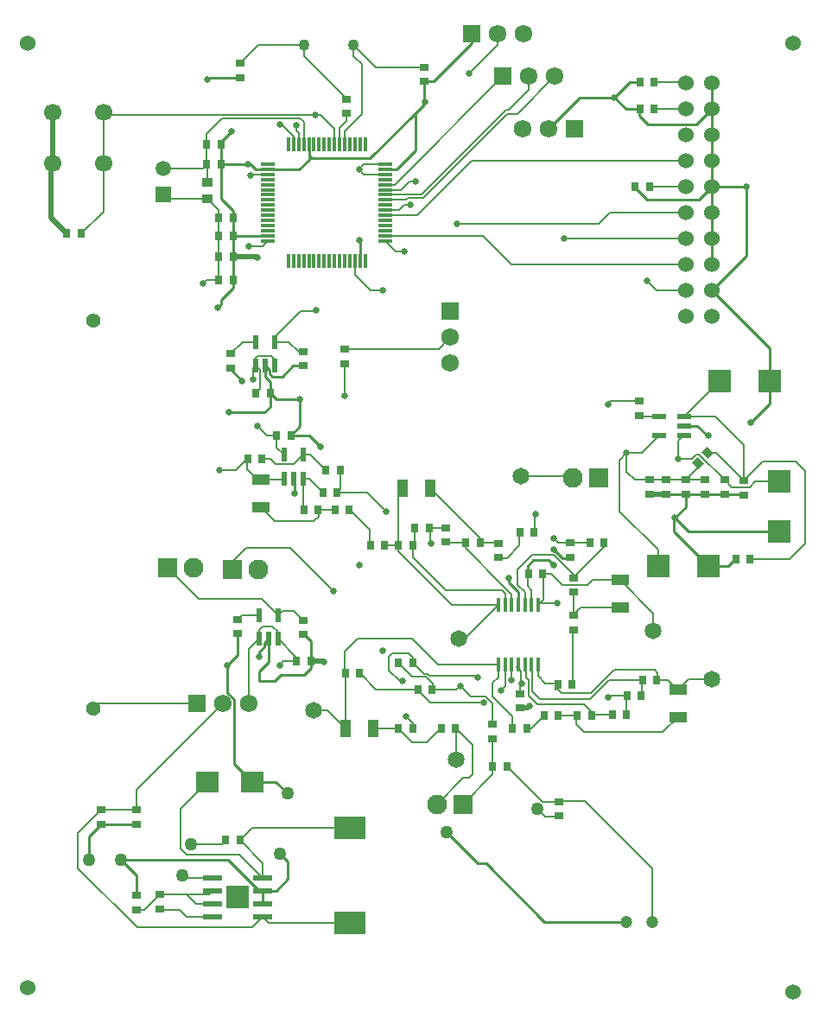
<source format=gtl>
G04*
G04 #@! TF.GenerationSoftware,Altium Limited,Altium Designer,18.1.9 (240)*
G04*
G04 Layer_Physical_Order=1*
G04 Layer_Color=255*
%FSLAX25Y25*%
%MOIN*%
G70*
G01*
G75*
%ADD14C,0.01000*%
%ADD15R,0.03543X0.03150*%
%ADD16R,0.03150X0.03543*%
G04:AMPARAMS|DCode=17|XSize=35.43mil|YSize=31.5mil|CornerRadius=0mil|HoleSize=0mil|Usage=FLASHONLY|Rotation=135.000|XOffset=0mil|YOffset=0mil|HoleType=Round|Shape=Rectangle|*
%AMROTATEDRECTD17*
4,1,4,0.02366,-0.00139,0.00139,-0.02366,-0.02366,0.00139,-0.00139,0.02366,0.02366,-0.00139,0.0*
%
%ADD17ROTATEDRECTD17*%

%ADD18R,0.05807X0.01181*%
%ADD19R,0.01181X0.05807*%
%ADD20R,0.09055X0.09055*%
%ADD21R,0.09055X0.09055*%
%ADD22R,0.04331X0.06693*%
%ADD23R,0.06693X0.04331*%
%ADD24R,0.02200X0.05200*%
%ADD25R,0.03937X0.03543*%
%ADD26R,0.01772X0.05807*%
%ADD27R,0.05800X0.02200*%
%ADD28R,0.08858X0.08465*%
%ADD29R,0.12205X0.08661*%
%ADD30R,0.07800X0.02200*%
%ADD31R,0.09000X0.09000*%
%ADD64C,0.02000*%
%ADD65C,0.00800*%
%ADD66C,0.00600*%
%ADD67C,0.05906*%
%ADD68R,0.05906X0.05906*%
%ADD69C,0.06000*%
%ADD70C,0.06693*%
%ADD71C,0.06496*%
%ADD72C,0.06791*%
%ADD73R,0.06575X0.06575*%
%ADD74C,0.07677*%
%ADD75R,0.07433X0.07433*%
%ADD76R,0.06575X0.06575*%
%ADD77C,0.04724*%
%ADD78C,0.04331*%
%ADD79C,0.05610*%
%ADD80C,0.02500*%
%ADD81C,0.05000*%
D14*
X242295Y394409D02*
Y402348D01*
X350091Y450370D02*
Y453000D01*
X348221Y423000D02*
X353237Y417984D01*
X320279Y279903D02*
X323418D01*
X206909Y429795D02*
X218905D01*
X372449Y330829D02*
X376315Y326963D01*
X367315Y330829D02*
X372449D01*
X376315Y326963D02*
X376725D01*
X287827Y162047D02*
X291000D01*
X307067Y273903D02*
Y276835D01*
X309233Y279000D01*
X315176D01*
X317178Y276999D01*
X316949Y283233D02*
X320279Y279903D01*
X372143Y447194D02*
X377949Y453000D01*
X353268Y447194D02*
X372143D01*
X350091Y450370D02*
X353268Y447194D01*
X205400Y247056D02*
X207000Y248656D01*
X205400Y245642D02*
Y247056D01*
X203278Y243520D02*
X205400Y245642D01*
X203278Y241727D02*
Y243520D01*
X216705Y310400D02*
X217078Y310027D01*
Y304595D02*
Y310027D01*
X222649Y327129D02*
X227083Y322695D01*
X215616Y327129D02*
X222649D01*
X291000Y162047D02*
X313547Y139500D01*
X345225D01*
X377949Y383000D02*
X391500Y396551D01*
Y423000D01*
X400292Y348000D02*
Y360657D01*
X377949Y383000D02*
X400292Y360657D01*
X193648Y200513D02*
X200661Y193500D01*
X193648Y200513D02*
Y225431D01*
X191156Y227923D02*
X193648Y225431D01*
X191156Y227923D02*
Y238500D01*
X195000Y242344D02*
Y250744D01*
X191156Y238500D02*
X195000Y242344D01*
X205700Y354000D02*
X207300Y352400D01*
Y350986D02*
Y352400D01*
Y350986D02*
X208517Y349769D01*
X212273D01*
X216505Y354000D01*
X220500D01*
X207617Y338212D02*
Y343500D01*
X205500Y336095D02*
X207617Y338212D01*
X191793Y336095D02*
X205500D01*
X192370Y352608D02*
Y353114D01*
Y352608D02*
X196882Y348095D01*
X188756Y439500D02*
Y440544D01*
X192678Y444465D01*
X220500Y250335D02*
X220665D01*
X299843Y270352D02*
Y272129D01*
Y270352D02*
X303449Y266746D01*
X203280Y151567D02*
X204861D01*
X191299Y163547D02*
X203280Y151567D01*
X179533Y163547D02*
X191299D01*
X315000Y445388D02*
X327112Y457500D01*
X340500D01*
X267000Y463682D02*
X270584D01*
X285368Y478466D01*
Y482205D01*
X377949Y393000D02*
Y403000D01*
Y413000D01*
Y423000D01*
Y453000D02*
Y463000D01*
Y443000D02*
Y453000D01*
Y433000D02*
Y443000D01*
Y423000D02*
Y433000D01*
Y423000D02*
X391500D01*
X372933Y417984D02*
X377949Y423000D01*
X353237Y417984D02*
X372933D01*
X340500Y457500D02*
X345000Y453000D01*
X350091D01*
X340500Y457500D02*
X346500Y463500D01*
X350091D01*
X252091Y429795D02*
X256500D01*
X263788Y437083D01*
Y451500D01*
X222610Y435000D02*
Y439591D01*
Y433500D02*
Y435000D01*
X223681Y433929D01*
X246217D01*
X263788Y451500D01*
X218905Y429795D02*
X222610Y433500D01*
X183871Y465100D02*
X196012D01*
X183339Y464568D02*
X183871Y465100D01*
X263788Y451500D02*
X267000Y454712D01*
Y463682D01*
X187500Y376500D02*
X188630Y377630D01*
Y379500D01*
X193256Y411000D02*
Y413791D01*
X188756Y418291D02*
X193256Y413791D01*
X188756Y418291D02*
Y431764D01*
X202099Y429795D02*
X206909D01*
X200130Y431764D02*
X202099Y429795D01*
X188756Y431764D02*
X200130D01*
X188756D02*
Y439500D01*
X206705Y404000D02*
X206909Y404205D01*
X193256Y404000D02*
X206705D01*
X193256D02*
Y411000D01*
Y396000D02*
Y404000D01*
Y387000D02*
Y396000D01*
Y384000D02*
Y387000D01*
X188756Y379500D02*
X193256Y384000D01*
X188630Y379500D02*
X188756D01*
X205700Y349769D02*
Y354000D01*
Y349769D02*
X207617Y347852D01*
Y343500D02*
Y347852D01*
Y343500D02*
X210026Y341091D01*
X219220D01*
X215616Y327129D02*
X219220Y330732D01*
Y341091D01*
X363274Y294725D02*
X363815Y295266D01*
X363274Y290206D02*
Y294725D01*
Y290206D02*
X376646Y276835D01*
X384510D02*
X387157Y279482D01*
X376646Y276835D02*
X384510D01*
X393000Y332043D02*
X400292Y339335D01*
Y348000D01*
X303449Y261766D02*
Y266746D01*
X363815Y295266D02*
X369027Y290053D01*
X403949D01*
X390198Y304443D02*
X390449Y304191D01*
X382949Y304443D02*
X390198D01*
X382949Y304443D02*
X382949Y304443D01*
X375449Y304443D02*
X382949D01*
X363815Y295266D02*
X367949Y299400D01*
Y304443D01*
X375449D02*
X375449Y304443D01*
X367949Y304443D02*
X375449D01*
X367949Y304443D02*
X367949Y304443D01*
X360449Y304443D02*
X367949D01*
X150047Y163500D02*
X156000Y157547D01*
X211914Y234886D02*
X220795D01*
X209529Y232500D02*
X211914Y234886D01*
X203300Y232500D02*
Y236100D01*
X207000Y239800D01*
X203300Y232500D02*
X209529D01*
X207000Y239800D02*
Y248656D01*
X223398Y237488D02*
Y240000D01*
X220795Y234886D02*
X223398Y237488D01*
Y240000D02*
Y247602D01*
X220665Y250335D02*
X223398Y247602D01*
X209866Y193500D02*
X214366Y189000D01*
X200661Y193500D02*
X209866D01*
X150047Y163500D02*
X179485D01*
X150000Y163547D02*
X150047Y163500D01*
X179485D02*
X179533Y163547D01*
X156000Y149756D02*
Y157547D01*
X204861Y146567D02*
Y151567D01*
X142500Y177094D02*
X156000D01*
X137693Y172287D02*
X142500Y177094D01*
X137693Y163547D02*
Y172287D01*
X211500Y165787D02*
X214366Y162921D01*
Y156000D02*
Y162921D01*
X209933Y151567D02*
X214366Y156000D01*
X204861Y151567D02*
X209933D01*
X275874Y174000D02*
X287827Y162047D01*
D15*
X293508Y210244D02*
D03*
Y215756D02*
D03*
X318937Y180291D02*
D03*
Y185803D02*
D03*
X165000Y144441D02*
D03*
Y149953D02*
D03*
X237000Y456835D02*
D03*
Y451323D02*
D03*
X349949Y334800D02*
D03*
Y340312D02*
D03*
X323418Y280100D02*
D03*
Y285612D02*
D03*
X324796Y266672D02*
D03*
Y272183D02*
D03*
X295820Y280073D02*
D03*
Y285584D02*
D03*
X324796Y252234D02*
D03*
Y257746D02*
D03*
X236390Y360398D02*
D03*
Y354886D02*
D03*
X303918Y222000D02*
D03*
Y227512D02*
D03*
X354000Y304472D02*
D03*
Y309984D02*
D03*
X360449Y309954D02*
D03*
Y304443D02*
D03*
X367949Y309954D02*
D03*
Y304443D02*
D03*
X375449Y304443D02*
D03*
Y309955D02*
D03*
X275316Y291584D02*
D03*
Y286073D02*
D03*
X267000Y469194D02*
D03*
Y463682D02*
D03*
X382949Y304443D02*
D03*
Y309954D02*
D03*
X196012Y465100D02*
D03*
Y470612D02*
D03*
X390449Y304191D02*
D03*
Y309703D02*
D03*
X156000Y149756D02*
D03*
Y144244D02*
D03*
X192370Y353114D02*
D03*
Y358626D02*
D03*
X220500Y354000D02*
D03*
Y359512D02*
D03*
X142500Y177094D02*
D03*
Y182606D02*
D03*
X156000Y177094D02*
D03*
Y182606D02*
D03*
X195000Y256256D02*
D03*
Y250744D02*
D03*
X220500Y255847D02*
D03*
Y250335D02*
D03*
D16*
X246394Y284699D02*
D03*
X251906D02*
D03*
X303918Y289669D02*
D03*
X309430D02*
D03*
X318693Y231013D02*
D03*
X324205D02*
D03*
X306674Y214198D02*
D03*
X301162D02*
D03*
X257193Y284699D02*
D03*
X262705D02*
D03*
X312776Y273903D02*
D03*
X307264D02*
D03*
X356882Y232883D02*
D03*
X351370D02*
D03*
X236638Y235419D02*
D03*
X242150D02*
D03*
X355800Y463500D02*
D03*
X350288D02*
D03*
X263560Y291584D02*
D03*
X269072D02*
D03*
X350853Y226864D02*
D03*
X345341D02*
D03*
X264693Y229199D02*
D03*
X270205D02*
D03*
X355800Y453000D02*
D03*
X350288D02*
D03*
X392866Y279482D02*
D03*
X387354D02*
D03*
X288624Y285829D02*
D03*
X283113D02*
D03*
X326109Y219213D02*
D03*
X331621D02*
D03*
X257146Y214198D02*
D03*
X262658D02*
D03*
X353930Y423000D02*
D03*
X348418D02*
D03*
X313268Y219213D02*
D03*
X318780D02*
D03*
X279205Y214198D02*
D03*
X273693D02*
D03*
X199043Y318200D02*
D03*
X204555D02*
D03*
X229163Y313800D02*
D03*
X234675D02*
D03*
X226154Y298500D02*
D03*
X220642D02*
D03*
X238209Y298500D02*
D03*
X232697D02*
D03*
X134756Y405000D02*
D03*
X129244D02*
D03*
X257194Y239328D02*
D03*
X262705D02*
D03*
X345205Y219410D02*
D03*
X339693D02*
D03*
X330937Y285809D02*
D03*
X336449D02*
D03*
X207617Y343500D02*
D03*
X202105D02*
D03*
X190500Y171000D02*
D03*
X196012D02*
D03*
X193256Y387000D02*
D03*
X187744D02*
D03*
X193256Y396000D02*
D03*
X187744D02*
D03*
X193256Y404000D02*
D03*
X187744D02*
D03*
X193256Y411000D02*
D03*
X187744D02*
D03*
X188756Y431764D02*
D03*
X183244D02*
D03*
X188756Y439500D02*
D03*
X183244D02*
D03*
X293410Y199500D02*
D03*
X298922D02*
D03*
X210104Y327129D02*
D03*
X215616D02*
D03*
X217886Y240000D02*
D03*
X223398D02*
D03*
X228000Y305013D02*
D03*
X233512D02*
D03*
D17*
X372587Y316419D02*
D03*
X376484Y320317D02*
D03*
D18*
X252091Y431764D02*
D03*
Y429795D02*
D03*
Y427827D02*
D03*
Y425858D02*
D03*
Y423890D02*
D03*
Y421921D02*
D03*
Y419953D02*
D03*
Y417984D02*
D03*
Y416016D02*
D03*
Y414047D02*
D03*
Y412079D02*
D03*
Y410110D02*
D03*
Y408142D02*
D03*
Y406173D02*
D03*
Y404205D02*
D03*
Y402236D02*
D03*
X206909D02*
D03*
Y404205D02*
D03*
Y406173D02*
D03*
Y408142D02*
D03*
Y410110D02*
D03*
Y412079D02*
D03*
Y414047D02*
D03*
Y416016D02*
D03*
Y417984D02*
D03*
Y419953D02*
D03*
Y421921D02*
D03*
Y423890D02*
D03*
Y425858D02*
D03*
Y427827D02*
D03*
Y429795D02*
D03*
Y431764D02*
D03*
D19*
X244264Y394409D02*
D03*
X242295D02*
D03*
X240327D02*
D03*
X238358D02*
D03*
X236390D02*
D03*
X234421D02*
D03*
X232453D02*
D03*
X230484D02*
D03*
X228516D02*
D03*
X226547D02*
D03*
X224579D02*
D03*
X222610D02*
D03*
X220642D02*
D03*
X218673D02*
D03*
X216705D02*
D03*
X214736D02*
D03*
Y439591D02*
D03*
X216705D02*
D03*
X218673D02*
D03*
X220642D02*
D03*
X222610D02*
D03*
X224579D02*
D03*
X226547D02*
D03*
X228516D02*
D03*
X230484D02*
D03*
X232453D02*
D03*
X234421D02*
D03*
X236390D02*
D03*
X238358D02*
D03*
X240327D02*
D03*
X242295D02*
D03*
X244264D02*
D03*
D20*
X400292Y348000D02*
D03*
X381000D02*
D03*
X376646Y276835D02*
D03*
X357354D02*
D03*
D21*
X403949Y290053D02*
D03*
Y309345D02*
D03*
D22*
X236634Y214198D02*
D03*
X247264D02*
D03*
X258788Y306805D02*
D03*
X269418D02*
D03*
D23*
X342689Y271344D02*
D03*
Y260714D02*
D03*
X204000Y310151D02*
D03*
Y299521D02*
D03*
X364949Y229056D02*
D03*
Y218426D02*
D03*
D24*
X202000Y354000D02*
D03*
X205700D02*
D03*
X209400D02*
D03*
Y363200D02*
D03*
X202000D02*
D03*
X203300Y248656D02*
D03*
X207000D02*
D03*
X210700D02*
D03*
Y257856D02*
D03*
X203300D02*
D03*
X213005Y319600D02*
D03*
X220405D02*
D03*
Y310400D02*
D03*
X216705D02*
D03*
X213005D02*
D03*
D25*
X183339Y424650D02*
D03*
Y418350D02*
D03*
D26*
X295772Y261766D02*
D03*
X298331D02*
D03*
X300890D02*
D03*
X303449D02*
D03*
X306008D02*
D03*
X308567D02*
D03*
X311126D02*
D03*
Y238632D02*
D03*
X308567D02*
D03*
X306008D02*
D03*
X303449D02*
D03*
X300890D02*
D03*
X298331D02*
D03*
X295772D02*
D03*
D27*
X367315Y327129D02*
D03*
Y330829D02*
D03*
Y334529D02*
D03*
X357915D02*
D03*
Y327129D02*
D03*
D28*
X183339Y193500D02*
D03*
X200661D02*
D03*
D29*
X238500Y175807D02*
D03*
Y139193D02*
D03*
D30*
X185461Y156567D02*
D03*
Y151567D02*
D03*
Y146567D02*
D03*
Y141567D02*
D03*
X204861D02*
D03*
Y146567D02*
D03*
Y151567D02*
D03*
Y156567D02*
D03*
D31*
X195161Y149067D02*
D03*
D64*
X242178Y402465D02*
X242295Y402348D01*
X202329Y396000D02*
X202698Y395631D01*
X193256Y396000D02*
X202329D01*
X228316Y240000D02*
X228516Y239800D01*
X223398Y240000D02*
X228316D01*
X360419Y304472D02*
X360449Y304443D01*
X354000Y304472D02*
X360419D01*
X306950Y222000D02*
X307818Y222868D01*
X303918Y222000D02*
X306950D01*
X123657Y432000D02*
Y451686D01*
X123000Y431343D02*
X123657Y432000D01*
X123000Y411244D02*
Y431343D01*
Y411244D02*
X129244Y405000D01*
D65*
X200072Y427307D02*
X200591Y427827D01*
X206909D01*
X241919Y429807D02*
X243875Y431764D01*
X252091D01*
X241919Y429807D02*
X243899Y427827D01*
X252091D01*
X323634Y311510D02*
X324500Y310643D01*
X304322Y311510D02*
X323634D01*
X181623Y429953D02*
X183339Y431669D01*
X293508Y196425D02*
Y210244D01*
X364949Y318131D02*
X370520D01*
X360419Y309984D02*
X360449Y309954D01*
X354000Y309984D02*
X360419D01*
X293508Y226363D02*
X301162Y218709D01*
Y214198D02*
Y218709D01*
X308254Y214198D02*
X313268Y219213D01*
X306674Y214198D02*
X308254D01*
X303918Y230553D02*
X304902Y231538D01*
X303918Y227512D02*
Y230553D01*
X293508Y226363D02*
Y227064D01*
X143343Y432000D02*
Y450843D01*
Y413587D02*
Y432000D01*
X134756Y405000D02*
X143343Y413587D01*
X272588Y360398D02*
X277186Y364995D01*
X236390Y360398D02*
X272588D01*
X166500Y429953D02*
X181623D01*
X166500Y419953D02*
X168103Y418350D01*
X183339D01*
X211360Y447194D02*
X212100D01*
X216705Y442589D01*
Y439591D02*
Y442589D01*
X365129Y324943D02*
X367315Y327129D01*
X365129Y318234D02*
Y324943D01*
X338129Y339234D02*
X339207Y340312D01*
X349949D01*
X370520Y318131D02*
X372075Y319685D01*
X373218D01*
X382949Y309954D01*
X385675Y307228D01*
X392594D01*
X394710Y309345D01*
X403949D01*
X312860Y185803D02*
X318937D01*
X299163Y199500D02*
X312860Y185803D01*
X298922Y199500D02*
X299163D01*
X282000Y184917D02*
X293508Y196425D01*
X280949Y230577D02*
X285241Y226285D01*
X290840D01*
X293508Y223616D01*
Y215756D02*
Y223616D01*
D66*
X225000Y450843D02*
X225086D01*
X143343D02*
X226997D01*
X262855Y214198D02*
Y216032D01*
X331817Y219213D02*
Y220296D01*
X282916Y283661D02*
Y285829D01*
X236442Y235419D02*
X236634Y235226D01*
X256949Y214198D02*
X262359Y208788D01*
X317894Y229199D02*
Y231538D01*
X312973Y263612D02*
Y273903D01*
X309626Y289669D02*
Y296258D01*
X256997Y284699D02*
Y305013D01*
X324402Y231013D02*
Y251643D01*
X307067Y269034D02*
Y273903D01*
X159095Y144244D02*
X165000Y150149D01*
X313760Y180094D02*
X318937D01*
X302737Y237919D02*
X304322Y236333D01*
X318644Y285809D02*
X330937D01*
X279402Y202240D02*
Y214199D01*
X226351Y295915D02*
Y298500D01*
X246197Y284699D02*
Y290708D01*
X353970Y309955D02*
X354000Y309984D01*
X348449Y309955D02*
X353970D01*
X304322Y232118D02*
Y236333D01*
Y232118D02*
X304902Y231538D01*
X306372Y233775D02*
Y238267D01*
X306008Y238632D02*
X306372Y238267D01*
Y233775D02*
X307264Y232883D01*
X300678Y232595D02*
Y238419D01*
X298331Y230376D02*
Y238632D01*
X300678Y238419D02*
X300890Y238632D01*
X307264Y226883D02*
X310702Y223446D01*
X307264Y226883D02*
Y232883D01*
X308764Y228537D02*
Y238434D01*
Y228537D02*
X311815Y225486D01*
X295772Y233924D02*
Y238632D01*
X293508Y231660D02*
X295772Y233924D01*
X302737Y237919D02*
X303449Y238632D01*
X220642Y439591D02*
Y447933D01*
X219220Y449355D02*
X220642Y447933D01*
X189217Y449355D02*
X219220D01*
X183244Y443381D02*
X189217Y449355D01*
X226997Y450843D02*
X232453Y445388D01*
X217666Y444927D02*
Y446765D01*
Y444927D02*
X218673Y443920D01*
X252091Y404205D02*
X289685D01*
X252091Y402236D02*
X256121Y398206D01*
X259303D01*
X318937Y186000D02*
X329211D01*
X279402Y214199D02*
X285869Y207732D01*
Y196376D02*
Y207732D01*
X284492Y195000D02*
X285869Y196376D01*
X282083Y195000D02*
X284492D01*
X272000Y184917D02*
X282083Y195000D01*
X282675Y248669D02*
X295772Y261766D01*
X280500Y248669D02*
X282675D01*
X342689Y271344D02*
X355500Y258533D01*
Y251643D02*
Y258533D01*
X364949Y229056D02*
X369072Y233179D01*
X378224D01*
X229833Y221000D02*
X236634Y214198D01*
X224434Y221000D02*
X229833D01*
X264693Y228859D02*
Y229199D01*
Y228859D02*
X269418Y224135D01*
X289949D01*
X317211Y280986D02*
X324796Y273401D01*
X308638Y280986D02*
X317211D01*
X324796Y272380D02*
Y273401D01*
X209400Y354000D02*
Y356360D01*
X208020Y357740D02*
X209400Y356360D01*
X202587Y357740D02*
X208020D01*
X202000Y357154D02*
X202587Y357740D01*
X202000Y354000D02*
Y357154D01*
X201147Y353147D02*
X202000Y354000D01*
X201147Y348761D02*
Y353147D01*
X202000Y354000D02*
X203669Y352331D01*
Y345064D02*
Y352331D01*
X202105Y343500D02*
X203669Y345064D01*
X232453Y443476D02*
Y445388D01*
Y439591D02*
Y443476D01*
X286988Y234311D02*
X287627Y233672D01*
X269029Y234311D02*
X286988D01*
X262705Y239328D02*
Y241295D01*
X261000Y243000D02*
X262705Y241295D01*
X254879Y243000D02*
X261000D01*
X253500Y241621D02*
X254879Y243000D01*
X253500Y236455D02*
Y241621D01*
Y236455D02*
X257661Y232294D01*
X258678D01*
X260178Y218709D02*
X262855Y216032D01*
X268298Y235043D02*
X269029Y234311D01*
X266991Y235043D02*
X268298D01*
X262705Y239328D02*
X266991Y235043D01*
X355225Y139500D02*
Y159986D01*
X329211Y186000D02*
X355225Y159986D01*
X338615Y226864D02*
X345144D01*
X337949Y226199D02*
X338615Y226864D01*
X183244Y439500D02*
Y443381D01*
X204861Y156567D02*
Y162151D01*
X196012Y171000D02*
X204861Y162151D01*
X269268Y285777D02*
X269662Y285384D01*
X310807Y183047D02*
X313760Y180094D01*
X349949Y334603D02*
X350024Y334529D01*
X357915D01*
X252091Y421921D02*
X258000D01*
X261284Y425206D01*
X263803D01*
X284307Y466699D02*
X295368Y477761D01*
Y482205D01*
X298658Y452830D02*
X299830D01*
X266034Y420206D02*
X298658Y452830D01*
X252343Y420206D02*
X266034D01*
X252091Y419953D02*
X252343Y420206D01*
X260050Y417984D02*
X260771Y418706D01*
X252091Y417984D02*
X260050D01*
X299076Y451126D02*
X302961D01*
X266655Y418706D02*
X299076Y451126D01*
X260771Y418706D02*
X266655D01*
X299830Y452830D02*
X307500Y460500D01*
X302961Y451126D02*
X317500Y465665D01*
X307500Y460500D02*
Y465665D01*
X252091Y423890D02*
X255724D01*
X297500Y465665D01*
X353091Y386706D02*
X356796Y383000D01*
X367949D01*
X259454Y416206D02*
X261807D01*
X279807Y408706D02*
X334500D01*
X338794Y413000D01*
X367949D01*
X252091Y414047D02*
X257296D01*
X259454Y416206D01*
X321000Y403000D02*
X367949D01*
X240327Y389165D02*
Y394409D01*
Y389165D02*
X246492Y383000D01*
X251071D01*
X300890Y393000D02*
X367949D01*
X289685Y404205D02*
X300890Y393000D01*
X252091Y412079D02*
X264496D01*
X285418Y433000D01*
X367949D01*
X354127Y423000D02*
X367949D01*
X367449Y463500D02*
X367949Y463000D01*
X355996Y463500D02*
X367449D01*
X355996Y453000D02*
X367949D01*
X204714Y400040D02*
X206909Y402236D01*
X199422Y400040D02*
X204714D01*
X181890Y385733D02*
X183157Y387000D01*
X187744D01*
X218673Y439591D02*
Y443920D01*
X209400Y363200D02*
X214905D01*
X218593Y359512D01*
X220500D01*
X225000Y375000D02*
X225268Y375268D01*
X219405Y375000D02*
X225000D01*
X243000Y451126D02*
Y470390D01*
X239854Y473536D02*
Y477705D01*
Y473536D02*
X243000Y470390D01*
X236390Y439591D02*
Y444516D01*
X243000Y451126D01*
X234421Y439591D02*
Y445921D01*
X237000Y448500D01*
Y451126D01*
X220642Y473390D02*
Y477705D01*
Y473390D02*
X237000Y457032D01*
X239854Y477705D02*
X248365Y469194D01*
X267000D01*
X203105Y477705D02*
X220642D01*
X196012Y470612D02*
X203105Y477705D01*
X183244Y431764D02*
Y439500D01*
Y431764D02*
X183339Y431669D01*
Y424650D02*
Y431669D01*
Y418350D02*
X187744Y413945D01*
Y411000D02*
Y413945D01*
Y404000D02*
Y411000D01*
Y396000D02*
Y404000D01*
Y387000D02*
Y396000D01*
X209400Y363200D02*
Y364995D01*
X219405Y375000D01*
X196944Y363200D02*
X202000D01*
X192370Y358626D02*
X196944Y363200D01*
X212756Y310151D02*
X213005Y310400D01*
X204000Y310151D02*
X212756D01*
X194469Y313823D02*
X198846Y318200D01*
X188107Y313823D02*
X194469D01*
X236390Y342453D02*
X236520Y342323D01*
X236390Y342453D02*
Y354689D01*
X245113Y305013D02*
X252497Y297629D01*
X233512Y305013D02*
X245113D01*
X233512D02*
X234872Y306374D01*
Y313800D01*
X220405Y319600D02*
X223166D01*
X228966Y313800D01*
X220405Y310400D02*
X222613D01*
X228000Y305013D01*
X216805Y316000D02*
X220405Y319600D01*
X209815Y316000D02*
X216805D01*
X207615Y318200D02*
X209815Y316000D01*
X204752Y318200D02*
X207615D01*
X206395Y327129D02*
X210104D01*
Y322500D02*
Y327129D01*
Y322500D02*
X213005Y319600D01*
X202695Y330829D02*
X206395Y327129D01*
X198846Y314000D02*
Y318200D01*
Y314000D02*
X202695Y310151D01*
X204000D01*
Y299521D02*
X209521Y294000D01*
X224435D01*
X226351Y295915D01*
X220405Y310400D02*
X220445Y310360D01*
Y298500D02*
Y310360D01*
X226351Y298500D02*
X232500D01*
X238406D02*
X246197Y290708D01*
X204556Y264000D02*
X210700Y257856D01*
X179925Y264000D02*
X204556D01*
X167925Y276000D02*
X179925Y264000D01*
X193000Y275335D02*
Y278387D01*
X198276Y283663D01*
X215256D01*
X231919Y267000D01*
X390449Y309703D02*
X397792Y317045D01*
X410366D01*
X414000Y313412D01*
Y285526D02*
Y313412D01*
X407957Y279482D02*
X414000Y285526D01*
X393063Y279482D02*
X407957D01*
X342449Y317575D02*
X345225Y320351D01*
X342449Y297869D02*
Y317575D01*
Y297869D02*
X357354Y282964D01*
Y276835D02*
Y282964D01*
X345225Y313179D02*
Y320351D01*
X324796Y257943D02*
X327567Y260714D01*
X342689D01*
X367529Y334529D02*
X379394D01*
X367315D02*
X367529D01*
X381000Y348000D01*
X367949Y309955D02*
X372448Y314453D01*
X367949Y309954D02*
X367949Y309955D01*
X372448Y314453D02*
Y316280D01*
X379697Y320456D02*
X390449Y309703D01*
X376624Y320456D02*
X379697D01*
X390449Y309703D02*
Y323474D01*
X379394Y334529D02*
X390449Y323474D01*
X351137Y320351D02*
X357915Y327129D01*
X345225Y320351D02*
X351137D01*
X345225Y313179D02*
X348449Y309955D01*
X367949D02*
X375449D01*
X360449Y309954D02*
X360449Y309954D01*
X367949D01*
X269268Y285777D02*
Y291584D01*
X262902Y284699D02*
X263363Y285159D01*
Y291584D01*
X269268D02*
X275316D01*
X297548Y269034D02*
X300890Y265691D01*
Y261766D02*
Y265691D01*
X297543Y269034D02*
X297548D01*
X282916Y283661D02*
X297543Y269034D01*
X275316Y286073D02*
X275560Y285829D01*
X282916D01*
X298331Y261766D02*
Y266129D01*
X296926Y267534D02*
X298331Y266129D01*
X275316Y267534D02*
X296926D01*
X262902Y279947D02*
X275316Y267534D01*
X262902Y279947D02*
Y284699D01*
X277666Y261766D02*
X295772D01*
X256997Y282435D02*
X277666Y261766D01*
X256997Y282435D02*
Y284699D01*
X252103D02*
X256997D01*
Y305013D02*
X258788Y306805D01*
X269418D02*
X288821Y287402D01*
Y285829D02*
Y287402D01*
Y285829D02*
X295773D01*
X295820Y285781D01*
X303721Y284600D02*
Y289669D01*
X298996Y279876D02*
X303721Y284600D01*
X295820Y279876D02*
X298996D01*
X311803Y262443D02*
X312973Y263612D01*
X311126Y261766D02*
X311803Y262443D01*
X318449D01*
X309626Y296258D02*
X310020Y296651D01*
X303180Y275528D02*
X308638Y280986D01*
X316949Y287504D02*
X318644Y285809D01*
X312973Y273903D02*
X315941D01*
X320417Y269427D01*
X330126D01*
X332043Y271344D01*
X342689D01*
X308567Y261766D02*
Y267534D01*
X307067Y269034D02*
X308567Y267534D01*
X306008Y261766D02*
Y266699D01*
X303180Y269527D02*
X306008Y266699D01*
X303180Y269527D02*
Y275528D01*
X324796Y272380D02*
X336449Y284034D01*
Y285809D01*
X324796Y266423D02*
X324796Y266423D01*
Y257943D02*
Y266423D01*
X324402Y251643D02*
X324796Y252037D01*
X357079Y232883D02*
X361122D01*
X364949Y229056D01*
X325912Y215614D02*
Y219213D01*
Y215614D02*
X328827Y212699D01*
X359222D01*
X364949Y218426D01*
X357079Y232883D02*
Y235504D01*
X355921Y236662D02*
X357079Y235504D01*
X340282Y236662D02*
X355921D01*
X331440Y227821D02*
X340282Y236662D01*
X319949Y227821D02*
X331440D01*
X318496Y229273D02*
X319949Y227821D01*
X318496Y229273D02*
Y231013D01*
X311126Y234311D02*
Y238632D01*
Y234311D02*
X313900Y231538D01*
X317894D01*
X308567Y238632D02*
X308764Y238434D01*
X311815Y225486D02*
X331227D01*
X338500Y232759D01*
X351050D01*
X279571Y229199D02*
X280949Y230577D01*
X270402Y229199D02*
X279571D01*
X351050Y226864D02*
Y232759D01*
X345144Y226864D02*
X345205Y226803D01*
Y219410D02*
Y226803D01*
X331817Y219213D02*
X332014Y219410D01*
X339693D01*
X296868Y228914D02*
X298331Y230376D01*
X310702Y223446D02*
X328668D01*
X331817Y220296D01*
X325912Y219213D02*
X325912Y219213D01*
X318977Y219213D02*
X325912D01*
X293508Y227064D02*
Y231660D01*
X236442Y235419D02*
Y243802D01*
X241308Y248669D01*
X262346D01*
X272383Y238632D01*
X295772D01*
X257194Y239328D02*
X262579Y233943D01*
X267842D01*
X270402Y231382D01*
Y229199D02*
Y231382D01*
X242347Y235419D02*
X248568Y229199D01*
X264496D01*
X236634Y214198D02*
Y235226D01*
X247264Y214198D02*
X256949D01*
X262359Y208788D02*
X268086D01*
X273496Y214199D01*
X211360Y238500D02*
X212860Y240000D01*
X217886D01*
X203300Y248656D02*
Y251966D01*
X204834Y253500D01*
X208512D01*
X210700Y251312D01*
Y248656D02*
Y251312D01*
X195000Y256256D02*
X196600Y257856D01*
X203300D01*
X210700D02*
X212344Y259500D01*
X216847D01*
X220500Y255847D01*
X217886Y240000D02*
Y241470D01*
X210700Y248656D02*
X217886Y241470D01*
X199252Y244608D02*
X203300Y248656D01*
X199252Y223610D02*
Y244608D01*
X139500Y221870D02*
X141240Y223610D01*
X179252D01*
X173000Y183161D02*
X183339Y193500D01*
X173000Y167843D02*
Y183161D01*
Y167843D02*
X175343Y165500D01*
X178657D01*
X178704Y165547D01*
X195881D01*
X204861Y156567D01*
X189000Y169500D02*
X190500Y171000D01*
X177000Y169500D02*
X189000D01*
X173587Y157547D02*
X174567Y156567D01*
X185461D01*
X156000Y182606D02*
Y190358D01*
X189252Y223610D01*
X133500Y173606D02*
X142500Y182606D01*
X133500Y160256D02*
Y173606D01*
Y160256D02*
X156335Y137421D01*
X165000Y150149D02*
X175500D01*
X156335Y137421D02*
X200715D01*
X204861Y141567D01*
X142500Y182606D02*
X156000D01*
X175500Y150149D02*
X184044D01*
X175500D02*
X179083Y146567D01*
X185461D01*
X184044Y150149D02*
X185461Y151567D01*
X156000Y144244D02*
X159095D01*
X175500Y141567D02*
X185461D01*
X172823Y144244D02*
X175500Y141567D01*
X165000Y144244D02*
X172823D01*
X196012Y171000D02*
X200819Y175807D01*
X238500D01*
X204861Y141567D02*
X207235Y139193D01*
X238500D01*
D67*
X166500Y429953D02*
D03*
D68*
Y419953D02*
D03*
D69*
X409500Y478500D02*
D03*
X114000Y114000D02*
D03*
X409500Y112500D02*
D03*
X114000Y478500D02*
D03*
X367949Y373000D02*
D03*
X377949D02*
D03*
X367949Y383000D02*
D03*
X377949D02*
D03*
X367949Y393000D02*
D03*
X377949D02*
D03*
X367949Y403000D02*
D03*
X377949D02*
D03*
X367949Y413000D02*
D03*
X377949D02*
D03*
X367949Y423000D02*
D03*
X377949D02*
D03*
X367949Y433000D02*
D03*
X377949D02*
D03*
X367949Y443000D02*
D03*
X377949D02*
D03*
X367949Y453000D02*
D03*
X377949D02*
D03*
X367949Y463000D02*
D03*
X377949D02*
D03*
D70*
X123657Y432000D02*
D03*
X143343D02*
D03*
Y451686D02*
D03*
X123657D02*
D03*
D71*
X304322Y311510D02*
D03*
X279402Y202240D02*
D03*
X280500Y248669D02*
D03*
X355500Y251643D02*
D03*
X224434Y221000D02*
D03*
X378224Y233179D02*
D03*
D72*
X277186Y354995D02*
D03*
Y364995D02*
D03*
X189252Y223610D02*
D03*
X199252D02*
D03*
X307500Y465665D02*
D03*
X317500D02*
D03*
X305000Y445388D02*
D03*
X315000D02*
D03*
X305368Y482205D02*
D03*
X295368D02*
D03*
D73*
X277186Y374995D02*
D03*
D74*
X324500Y310643D02*
D03*
X272000Y184917D02*
D03*
X177925Y276000D02*
D03*
X203000Y275335D02*
D03*
D75*
X334500Y310643D02*
D03*
X282000Y184917D02*
D03*
X167925Y276000D02*
D03*
X193000Y275335D02*
D03*
D76*
X179252Y223610D02*
D03*
X297500Y465665D02*
D03*
X325000Y445388D02*
D03*
X285368Y482205D02*
D03*
D77*
X345225Y139500D02*
D03*
X355225D02*
D03*
D78*
X220642Y477705D02*
D03*
X239854D02*
D03*
D79*
X139500Y221870D02*
D03*
Y371476D02*
D03*
D80*
X267266Y455820D02*
D03*
X242178Y402465D02*
D03*
X202698Y395631D02*
D03*
X199233Y431671D02*
D03*
X241919Y429807D02*
D03*
X200072Y427307D02*
D03*
X225000Y450843D02*
D03*
X228516Y239800D02*
D03*
X307818Y222868D02*
D03*
X304902Y231538D02*
D03*
X300678Y232595D02*
D03*
X211360Y447194D02*
D03*
X217666Y446765D02*
D03*
X365129Y318234D02*
D03*
X316949Y283233D02*
D03*
X317178Y276999D02*
D03*
X203278Y241727D02*
D03*
X201147Y348761D02*
D03*
X287627Y233672D02*
D03*
X258678Y232294D02*
D03*
X260178Y218709D02*
D03*
X217078Y304595D02*
D03*
X227083Y322695D02*
D03*
X191793Y336095D02*
D03*
X196882Y348095D02*
D03*
X192678Y444465D02*
D03*
X241934Y277247D02*
D03*
X299843Y272129D02*
D03*
X269662Y285384D02*
D03*
X338129Y339234D02*
D03*
X263803Y425206D02*
D03*
X284307Y466699D02*
D03*
X353091Y386706D02*
D03*
X261807Y416206D02*
D03*
X279807Y408706D02*
D03*
X259303Y398206D02*
D03*
X321000Y403000D02*
D03*
X251071Y383000D02*
D03*
X391500Y423000D02*
D03*
X199422Y400040D02*
D03*
X181890Y385733D02*
D03*
X225268Y375268D02*
D03*
X187500Y376500D02*
D03*
X183339Y464568D02*
D03*
X219220Y341091D02*
D03*
X188107Y313823D02*
D03*
X236520Y342323D02*
D03*
X340500Y457500D02*
D03*
X202695Y330829D02*
D03*
X393000Y332043D02*
D03*
X376725Y326963D02*
D03*
X345225Y320351D02*
D03*
X296868Y228914D02*
D03*
X363815Y295266D02*
D03*
X337949Y226199D02*
D03*
X280949Y230577D02*
D03*
X252497Y297629D02*
D03*
X318449Y262443D02*
D03*
X316949Y287504D02*
D03*
X310020Y296651D02*
D03*
X289949Y224135D02*
D03*
X251071Y244198D02*
D03*
X231919Y267000D02*
D03*
X211360Y238500D02*
D03*
X191156D02*
D03*
D81*
X214366Y189000D02*
D03*
X177000Y169500D02*
D03*
X173587Y157547D02*
D03*
X211500Y165787D02*
D03*
X310807Y183047D02*
D03*
X275874Y174000D02*
D03*
X150000Y163547D02*
D03*
X137693D02*
D03*
M02*

</source>
